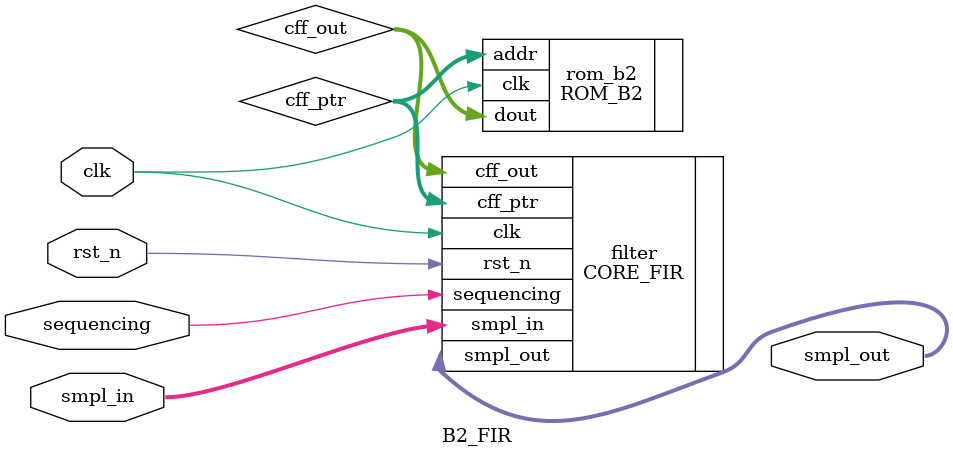
<source format=sv>
module B2_FIR(clk, rst_n, sequencing, smpl_in, smpl_out);
input clk, rst_n, sequencing;
input signed [15:0] smpl_in;

reg [9:0] cff_ptr;
reg signed [15:0] cff_out;
output reg [15:0] smpl_out;

ROM_B2 rom_b2(.clk(clk), .addr(cff_ptr), .dout(cff_out));

CORE_FIR filter(.clk(clk),
                .rst_n(rst_n),
                .sequencing(sequencing),
                .smpl_in(smpl_in),
                .smpl_out(smpl_out),
                .cff_ptr(cff_ptr),
                .cff_out(cff_out)
                );


endmodule

</source>
